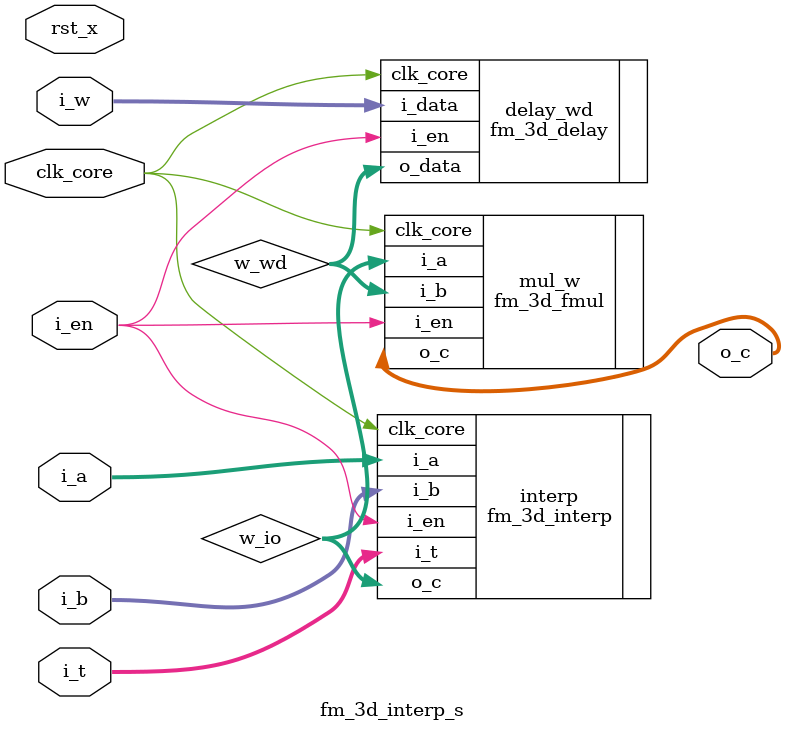
<source format=v>

module fm_3d_interp_s (
    clk_core,
    rst_x,
    i_en,
    i_a,
    i_b,
    i_t,
    i_w,
    o_c
);

////////////////////////////
// I/O definition
////////////////////////////
    input         clk_core;
    input         rst_x;
    input         i_en;
    input  [21:0] i_a;
    input  [21:0] i_b;
    input  [21:0] i_t;
    input  [21:0] i_w;
    output [21:0] o_c;          // result


///////////////////////////////////////////
//  wire 
///////////////////////////////////////////
    wire [21:0]  w_wd;

    wire [21:0]  w_io;
////////////////////////////
// module instance
////////////////////////////

    // stage1-9 (interpolate)

    fm_3d_interp interp (
        .clk_core(clk_core),
        .i_en(i_en),
        .i_a(i_a),
        .i_b(i_b),
        .i_t(i_t),
        .o_c(w_io)
    );

    fm_3d_delay #(22,9) delay_wd (
        .clk_core(clk_core),
        .i_en(i_en),
        .i_data(i_w),
        .o_data(w_wd)
    );

    // stage 10-12
    fm_3d_fmul mul_w (
        .clk_core(clk_core),
        .i_en(i_en),
        .i_a(w_io),
        .i_b(w_wd),
        .o_c(o_c)
    );

endmodule

</source>
